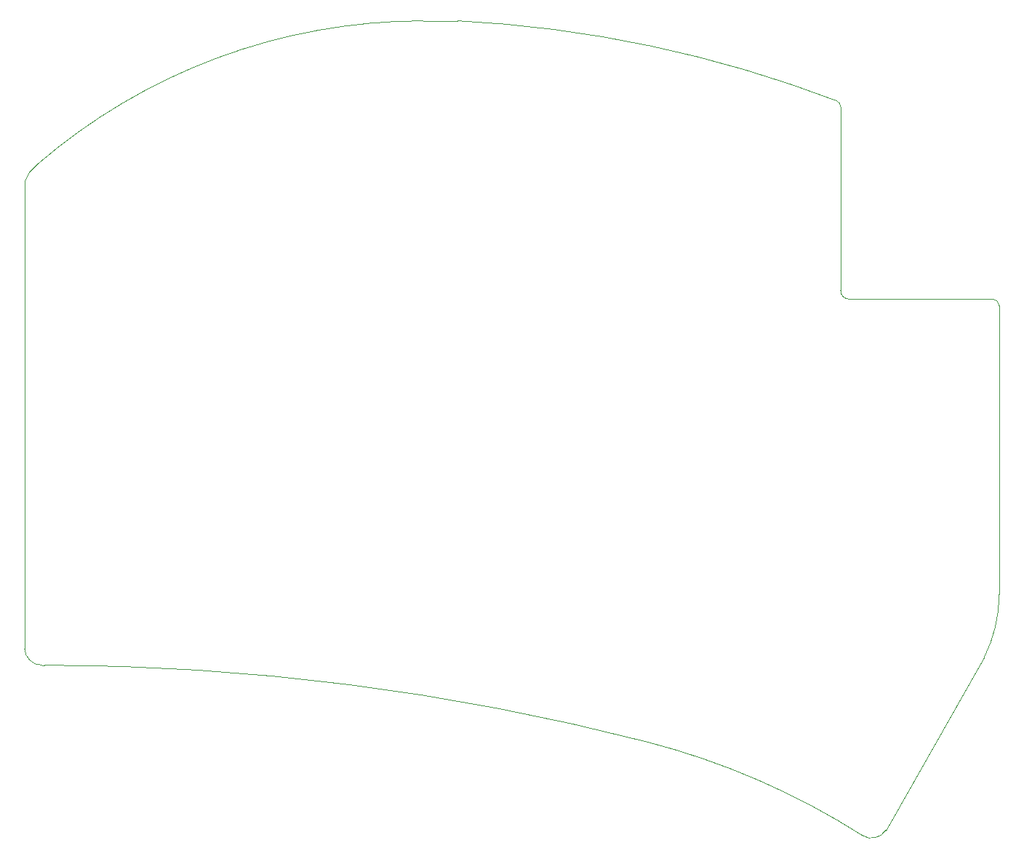
<source format=gm1>
G04 #@! TF.GenerationSoftware,KiCad,Pcbnew,9.0.6*
G04 #@! TF.CreationDate,2025-11-13T20:33:39-08:00*
G04 #@! TF.ProjectId,doktuh-base,646f6b74-7568-42d6-9261-73652e6b6963,rev?*
G04 #@! TF.SameCoordinates,Original*
G04 #@! TF.FileFunction,Profile,NP*
%FSLAX46Y46*%
G04 Gerber Fmt 4.6, Leading zero omitted, Abs format (unit mm)*
G04 Created by KiCad (PCBNEW 9.0.6) date 2025-11-13 20:33:39*
%MOMM*%
%LPD*%
G01*
G04 APERTURE LIST*
G04 #@! TA.AperFunction,Profile*
%ADD10C,0.050000*%
G04 #@! TD*
G04 APERTURE END LIST*
D10*
X148162000Y-81866000D02*
G75*
G02*
X148912000Y-82616000I0J-750000D01*
G01*
X131458000Y-81868917D02*
X148162000Y-81866000D01*
X147161679Y-123613657D02*
X135710000Y-143699265D01*
X148924000Y-116248000D02*
G75*
G02*
X147161678Y-123613657I-16818200J130300D01*
G01*
X148912000Y-113728500D02*
X148924000Y-116248000D01*
X131458000Y-81868917D02*
G75*
G02*
X130457983Y-80868917I0J1000017D01*
G01*
X130458000Y-80868917D02*
X130463000Y-59473000D01*
X35465859Y-68237320D02*
G75*
G02*
X36893000Y-66223000I3872141J-1230680D01*
G01*
X85843227Y-49463504D02*
G75*
G02*
X130028245Y-58792469I-7292597J-143841916D01*
G01*
X37768000Y-124474571D02*
X37493002Y-124473917D01*
X107797707Y-133384137D02*
G75*
G02*
X132978000Y-144298000I-21549707J-84223863D01*
G01*
X37768000Y-124474571D02*
G75*
G02*
X107797707Y-133384137I-279940J-281873899D01*
G01*
X37493002Y-124473917D02*
G75*
G02*
X35458001Y-122542999I-35002J2000917D01*
G01*
X135710000Y-143699265D02*
G75*
G02*
X132978000Y-144298000I-1662000J1051265D01*
G01*
X130028245Y-58792470D02*
G75*
G02*
X130463000Y-59473000I-315245J-680530D01*
G01*
X35465859Y-68237320D02*
X35458001Y-122542999D01*
X85843227Y-49463504D02*
X81868000Y-49468000D01*
X36893000Y-66223000D02*
G75*
G02*
X81868000Y-49468001I44975000J-51985100D01*
G01*
X148912000Y-113728500D02*
X148912000Y-82616000D01*
M02*

</source>
